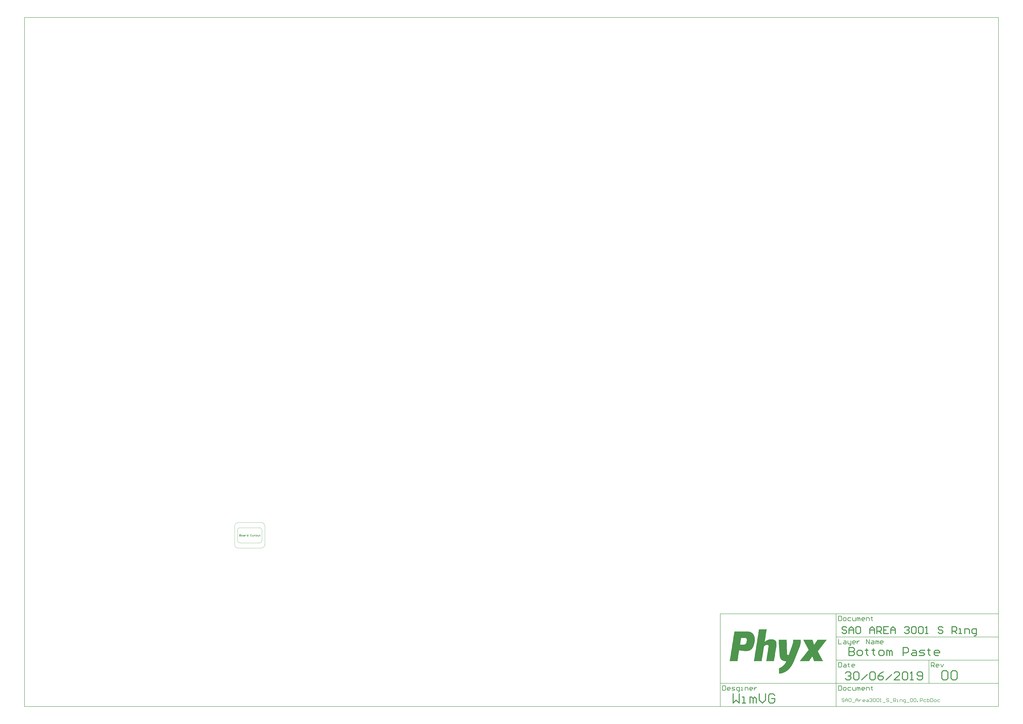
<source format=gbp>
G04*
G04 #@! TF.GenerationSoftware,Altium Limited,Altium Designer,18.1.11 (251)*
G04*
G04 Layer_Color=128*
%FSLAX25Y25*%
%MOIN*%
G70*
G01*
G75*
%ADD10C,0.01575*%
%ADD11C,0.00394*%
%ADD12C,0.00591*%
%ADD13C,0.00787*%
%ADD14C,0.00984*%
G36*
X872201Y-141778D02*
X873919D01*
Y-142065D01*
X874778D01*
Y-142351D01*
X875637D01*
Y-142637D01*
X876496D01*
Y-142924D01*
X877069D01*
Y-143210D01*
X877355D01*
Y-143496D01*
X877928D01*
Y-143783D01*
X878214D01*
Y-144069D01*
X878786D01*
Y-144355D01*
X879073D01*
Y-144641D01*
X879359D01*
Y-144928D01*
X879646D01*
Y-145214D01*
X879932D01*
Y-145501D01*
X880218D01*
Y-145787D01*
X880504D01*
Y-146073D01*
Y-146359D01*
X880791D01*
Y-146646D01*
X881077D01*
Y-146932D01*
Y-147218D01*
X881363D01*
Y-147505D01*
X881650D01*
Y-147791D01*
Y-148077D01*
X881936D01*
Y-148364D01*
Y-148650D01*
Y-148936D01*
X882222D01*
Y-149223D01*
Y-149509D01*
Y-149795D01*
X882509D01*
Y-150082D01*
Y-150368D01*
Y-150654D01*
Y-150940D01*
X882795D01*
Y-151227D01*
Y-151513D01*
Y-151799D01*
Y-152086D01*
Y-152372D01*
X883081D01*
Y-152658D01*
Y-152945D01*
Y-153231D01*
Y-153517D01*
Y-153804D01*
Y-154090D01*
Y-154376D01*
Y-154663D01*
Y-154949D01*
Y-155235D01*
Y-155521D01*
Y-155808D01*
Y-156094D01*
Y-156380D01*
Y-156667D01*
Y-156953D01*
Y-157239D01*
Y-157526D01*
Y-157812D01*
Y-158098D01*
X882795D01*
Y-158385D01*
Y-158671D01*
Y-158957D01*
Y-159244D01*
Y-159530D01*
Y-159816D01*
Y-160102D01*
X882509D01*
Y-160389D01*
Y-160675D01*
Y-160961D01*
Y-161248D01*
Y-161534D01*
X882222D01*
Y-161820D01*
Y-162107D01*
Y-162393D01*
Y-162679D01*
Y-162966D01*
X881936D01*
Y-163252D01*
Y-163538D01*
Y-163824D01*
X881650D01*
Y-164111D01*
Y-164397D01*
Y-164683D01*
Y-164970D01*
X881363D01*
Y-165256D01*
Y-165542D01*
Y-165829D01*
X881077D01*
Y-166115D01*
Y-166401D01*
X880791D01*
Y-166688D01*
Y-166974D01*
Y-167260D01*
X880504D01*
Y-167547D01*
Y-167833D01*
X880218D01*
Y-168119D01*
Y-168405D01*
X879932D01*
Y-168692D01*
Y-168978D01*
X879646D01*
Y-169264D01*
X879359D01*
Y-169551D01*
Y-169837D01*
X879073D01*
Y-170123D01*
X878786D01*
Y-170410D01*
X878500D01*
Y-170696D01*
Y-170982D01*
X878214D01*
Y-171269D01*
X877928D01*
Y-171555D01*
X877641D01*
Y-171841D01*
X877355D01*
Y-172127D01*
X877069D01*
Y-172414D01*
X876496D01*
Y-172700D01*
X876210D01*
Y-172986D01*
X875637D01*
Y-173273D01*
X875351D01*
Y-173559D01*
X874778D01*
Y-173845D01*
X873919D01*
Y-174132D01*
X873060D01*
Y-174418D01*
X872201D01*
Y-174704D01*
X870483D01*
Y-174991D01*
X865330D01*
Y-174704D01*
X862753D01*
Y-174418D01*
X860749D01*
Y-174132D01*
X859317D01*
Y-173845D01*
X857886D01*
Y-173559D01*
X856454D01*
Y-173845D01*
Y-174132D01*
Y-174418D01*
Y-174704D01*
Y-174991D01*
Y-175277D01*
Y-175563D01*
X856168D01*
Y-175850D01*
Y-176136D01*
Y-176422D01*
Y-176709D01*
Y-176995D01*
Y-177281D01*
X855882D01*
Y-177568D01*
Y-177854D01*
Y-178140D01*
Y-178426D01*
Y-178713D01*
Y-178999D01*
X855595D01*
Y-179285D01*
Y-179572D01*
Y-179858D01*
Y-180144D01*
Y-180431D01*
Y-180717D01*
Y-181003D01*
X855309D01*
Y-181290D01*
Y-181576D01*
Y-181862D01*
Y-182149D01*
Y-182435D01*
Y-182721D01*
X855023D01*
Y-183007D01*
Y-183294D01*
Y-183580D01*
Y-183866D01*
Y-184153D01*
Y-184439D01*
X854736D01*
Y-184725D01*
Y-185012D01*
Y-185298D01*
Y-185584D01*
Y-185871D01*
Y-186157D01*
Y-186443D01*
X854450D01*
Y-186730D01*
Y-187016D01*
Y-187302D01*
Y-187588D01*
Y-187875D01*
Y-188161D01*
X854164D01*
Y-188447D01*
Y-188734D01*
Y-189020D01*
Y-189306D01*
Y-189593D01*
Y-189879D01*
X853877D01*
Y-190165D01*
Y-190452D01*
Y-190738D01*
Y-191024D01*
Y-191311D01*
Y-191597D01*
Y-191883D01*
X840421D01*
Y-191597D01*
X840707D01*
Y-191311D01*
Y-191024D01*
Y-190738D01*
Y-190452D01*
Y-190165D01*
X840993D01*
Y-189879D01*
Y-189593D01*
Y-189306D01*
Y-189020D01*
Y-188734D01*
Y-188447D01*
Y-188161D01*
X841280D01*
Y-187875D01*
Y-187588D01*
Y-187302D01*
Y-187016D01*
Y-186730D01*
Y-186443D01*
X841566D01*
Y-186157D01*
Y-185871D01*
Y-185584D01*
Y-185298D01*
Y-185012D01*
Y-184725D01*
X841852D01*
Y-184439D01*
Y-184153D01*
Y-183866D01*
Y-183580D01*
Y-183294D01*
Y-183007D01*
Y-182721D01*
X842138D01*
Y-182435D01*
Y-182149D01*
Y-181862D01*
Y-181576D01*
Y-181290D01*
Y-181003D01*
X842425D01*
Y-180717D01*
Y-180431D01*
Y-180144D01*
Y-179858D01*
Y-179572D01*
Y-179285D01*
X842711D01*
Y-178999D01*
Y-178713D01*
Y-178426D01*
Y-178140D01*
Y-177854D01*
Y-177568D01*
X842997D01*
Y-177281D01*
Y-176995D01*
Y-176709D01*
Y-176422D01*
Y-176136D01*
Y-175850D01*
Y-175563D01*
X843284D01*
Y-175277D01*
Y-174991D01*
Y-174704D01*
Y-174418D01*
Y-174132D01*
Y-173845D01*
X843570D01*
Y-173559D01*
Y-173273D01*
Y-172986D01*
Y-172700D01*
Y-172414D01*
Y-172127D01*
X843856D01*
Y-171841D01*
Y-171555D01*
Y-171269D01*
Y-170982D01*
Y-170696D01*
Y-170410D01*
X844143D01*
Y-170123D01*
Y-169837D01*
Y-169551D01*
Y-169264D01*
Y-168978D01*
Y-168692D01*
Y-168405D01*
X844429D01*
Y-168119D01*
Y-167833D01*
Y-167547D01*
Y-167260D01*
Y-166974D01*
Y-166688D01*
X844715D01*
Y-166401D01*
Y-166115D01*
Y-165829D01*
Y-165542D01*
Y-165256D01*
Y-164970D01*
X845002D01*
Y-164683D01*
Y-164397D01*
Y-164111D01*
Y-163824D01*
Y-163538D01*
Y-163252D01*
Y-162966D01*
X845288D01*
Y-162679D01*
Y-162393D01*
Y-162107D01*
Y-161820D01*
Y-161534D01*
Y-161248D01*
X845574D01*
Y-160961D01*
Y-160675D01*
Y-160389D01*
Y-160102D01*
Y-159816D01*
Y-159530D01*
X845861D01*
Y-159244D01*
Y-158957D01*
Y-158671D01*
Y-158385D01*
Y-158098D01*
Y-157812D01*
X846147D01*
Y-157526D01*
Y-157239D01*
Y-156953D01*
Y-156667D01*
Y-156380D01*
Y-156094D01*
Y-155808D01*
X846433D01*
Y-155521D01*
Y-155235D01*
Y-154949D01*
Y-154663D01*
Y-154376D01*
Y-154090D01*
X846719D01*
Y-153804D01*
Y-153517D01*
Y-153231D01*
Y-152945D01*
Y-152658D01*
Y-152372D01*
X847006D01*
Y-152086D01*
Y-151799D01*
Y-151513D01*
Y-151227D01*
Y-150940D01*
Y-150654D01*
Y-150368D01*
X847292D01*
Y-150082D01*
Y-149795D01*
Y-149509D01*
Y-149223D01*
Y-148936D01*
Y-148650D01*
X847578D01*
Y-148364D01*
Y-148077D01*
Y-147791D01*
Y-147505D01*
Y-147218D01*
Y-146932D01*
X847865D01*
Y-146646D01*
Y-146359D01*
Y-146073D01*
Y-145787D01*
Y-145501D01*
Y-145214D01*
Y-144928D01*
X848151D01*
Y-144641D01*
Y-144355D01*
Y-144069D01*
Y-143783D01*
Y-143496D01*
Y-143210D01*
X848437D01*
Y-142924D01*
Y-142637D01*
Y-142351D01*
Y-142065D01*
Y-141778D01*
Y-141492D01*
X872201D01*
Y-141778D01*
D02*
G37*
G36*
X903409Y-138343D02*
Y-138629D01*
X903123D01*
Y-138915D01*
Y-139202D01*
Y-139488D01*
Y-139774D01*
Y-140060D01*
Y-140347D01*
X902837D01*
Y-140633D01*
Y-140919D01*
Y-141206D01*
Y-141492D01*
Y-141778D01*
Y-142065D01*
X902551D01*
Y-142351D01*
Y-142637D01*
Y-142924D01*
Y-143210D01*
Y-143496D01*
Y-143783D01*
Y-144069D01*
X902264D01*
Y-144355D01*
Y-144641D01*
Y-144928D01*
Y-145214D01*
Y-145501D01*
Y-145787D01*
X901978D01*
Y-146073D01*
Y-146359D01*
Y-146646D01*
Y-146932D01*
Y-147218D01*
Y-147505D01*
X901692D01*
Y-147791D01*
Y-148077D01*
Y-148364D01*
Y-148650D01*
Y-148936D01*
Y-149223D01*
Y-149509D01*
X901405D01*
Y-149795D01*
Y-150082D01*
Y-150368D01*
Y-150654D01*
Y-150940D01*
Y-151227D01*
X901119D01*
Y-151513D01*
Y-151799D01*
Y-152086D01*
Y-152372D01*
Y-152658D01*
Y-152945D01*
X900833D01*
Y-153231D01*
Y-153517D01*
Y-153804D01*
Y-154090D01*
Y-154376D01*
Y-154663D01*
X900546D01*
Y-154949D01*
Y-155235D01*
Y-155521D01*
Y-155808D01*
Y-156094D01*
Y-156380D01*
Y-156667D01*
X900260D01*
Y-156953D01*
Y-157239D01*
Y-157526D01*
Y-157812D01*
Y-158098D01*
Y-158385D01*
X899974D01*
Y-158671D01*
Y-158957D01*
X900546D01*
Y-158671D01*
X900833D01*
Y-158385D01*
X901119D01*
Y-158098D01*
X901692D01*
Y-157812D01*
X901978D01*
Y-157526D01*
X902264D01*
Y-157239D01*
X902837D01*
Y-156953D01*
X903409D01*
Y-156667D01*
X903696D01*
Y-156380D01*
X904268D01*
Y-156094D01*
X905127D01*
Y-155808D01*
X905700D01*
Y-155521D01*
X906559D01*
Y-155235D01*
X907990D01*
Y-154949D01*
X914289D01*
Y-155235D01*
X915435D01*
Y-155521D01*
X916294D01*
Y-155808D01*
X916866D01*
Y-156094D01*
X917153D01*
Y-156380D01*
X917725D01*
Y-156667D01*
X918011D01*
Y-156953D01*
X918298D01*
Y-157239D01*
X918584D01*
Y-157526D01*
X918870D01*
Y-157812D01*
Y-158098D01*
X919157D01*
Y-158385D01*
Y-158671D01*
X919443D01*
Y-158957D01*
Y-159244D01*
Y-159530D01*
X919729D01*
Y-159816D01*
Y-160102D01*
Y-160389D01*
Y-160675D01*
X920016D01*
Y-160961D01*
Y-161248D01*
Y-161534D01*
Y-161820D01*
Y-162107D01*
Y-162393D01*
Y-162679D01*
Y-162966D01*
Y-163252D01*
Y-163538D01*
Y-163824D01*
Y-164111D01*
Y-164397D01*
Y-164683D01*
Y-164970D01*
Y-165256D01*
Y-165542D01*
Y-165829D01*
X919729D01*
Y-166115D01*
Y-166401D01*
Y-166688D01*
Y-166974D01*
Y-167260D01*
Y-167547D01*
Y-167833D01*
X919443D01*
Y-168119D01*
Y-168405D01*
Y-168692D01*
Y-168978D01*
Y-169264D01*
Y-169551D01*
Y-169837D01*
X919157D01*
Y-170123D01*
Y-170410D01*
Y-170696D01*
Y-170982D01*
Y-171269D01*
Y-171555D01*
X918870D01*
Y-171841D01*
Y-172127D01*
Y-172414D01*
Y-172700D01*
Y-172986D01*
Y-173273D01*
X918584D01*
Y-173559D01*
Y-173845D01*
Y-174132D01*
Y-174418D01*
Y-174704D01*
Y-174991D01*
X918298D01*
Y-175277D01*
Y-175563D01*
Y-175850D01*
Y-176136D01*
Y-176422D01*
Y-176709D01*
Y-176995D01*
X918011D01*
Y-177281D01*
Y-177568D01*
Y-177854D01*
Y-178140D01*
Y-178426D01*
Y-178713D01*
X917725D01*
Y-178999D01*
Y-179285D01*
Y-179572D01*
Y-179858D01*
Y-180144D01*
Y-180431D01*
X917439D01*
Y-180717D01*
Y-181003D01*
Y-181290D01*
Y-181576D01*
Y-181862D01*
Y-182149D01*
Y-182435D01*
X917153D01*
Y-182721D01*
Y-183007D01*
Y-183294D01*
Y-183580D01*
Y-183866D01*
Y-184153D01*
X916866D01*
Y-184439D01*
Y-184725D01*
Y-185012D01*
Y-185298D01*
Y-185584D01*
Y-185871D01*
X916580D01*
Y-186157D01*
Y-186443D01*
Y-186730D01*
Y-187016D01*
Y-187302D01*
Y-187588D01*
X916294D01*
Y-187875D01*
Y-188161D01*
Y-188447D01*
Y-188734D01*
Y-189020D01*
Y-189306D01*
Y-189593D01*
X916007D01*
Y-189879D01*
Y-190165D01*
Y-190452D01*
Y-190738D01*
Y-191024D01*
Y-191311D01*
X915721D01*
Y-191597D01*
Y-191883D01*
X902551D01*
Y-191597D01*
Y-191311D01*
X902837D01*
Y-191024D01*
Y-190738D01*
Y-190452D01*
Y-190165D01*
Y-189879D01*
Y-189593D01*
X903123D01*
Y-189306D01*
Y-189020D01*
Y-188734D01*
Y-188447D01*
Y-188161D01*
Y-187875D01*
Y-187588D01*
X903409D01*
Y-187302D01*
Y-187016D01*
Y-186730D01*
Y-186443D01*
Y-186157D01*
Y-185871D01*
X903696D01*
Y-185584D01*
Y-185298D01*
Y-185012D01*
Y-184725D01*
Y-184439D01*
Y-184153D01*
X903982D01*
Y-183866D01*
Y-183580D01*
Y-183294D01*
Y-183007D01*
Y-182721D01*
Y-182435D01*
Y-182149D01*
X904268D01*
Y-181862D01*
Y-181576D01*
Y-181290D01*
Y-181003D01*
Y-180717D01*
Y-180431D01*
X904555D01*
Y-180144D01*
Y-179858D01*
Y-179572D01*
Y-179285D01*
Y-178999D01*
Y-178713D01*
Y-178426D01*
X904841D01*
Y-178140D01*
Y-177854D01*
Y-177568D01*
Y-177281D01*
Y-176995D01*
Y-176709D01*
X905127D01*
Y-176422D01*
Y-176136D01*
Y-175850D01*
Y-175563D01*
Y-175277D01*
Y-174991D01*
X905414D01*
Y-174704D01*
Y-174418D01*
Y-174132D01*
Y-173845D01*
Y-173559D01*
Y-173273D01*
X905700D01*
Y-172986D01*
Y-172700D01*
Y-172414D01*
Y-172127D01*
Y-171841D01*
Y-171555D01*
Y-171269D01*
X905986D01*
Y-170982D01*
Y-170696D01*
Y-170410D01*
Y-170123D01*
Y-169837D01*
Y-169551D01*
X906273D01*
Y-169264D01*
Y-168978D01*
Y-168692D01*
Y-168405D01*
Y-168119D01*
Y-167833D01*
Y-167547D01*
X906559D01*
Y-167260D01*
Y-166974D01*
Y-166688D01*
Y-166401D01*
Y-166115D01*
Y-165829D01*
X906273D01*
Y-165542D01*
Y-165256D01*
X905986D01*
Y-164970D01*
X905700D01*
Y-164683D01*
X905127D01*
Y-164397D01*
X903409D01*
Y-164683D01*
X901978D01*
Y-164970D01*
X901119D01*
Y-165256D01*
X900546D01*
Y-165542D01*
X900260D01*
Y-165829D01*
X899687D01*
Y-166115D01*
X899401D01*
Y-166401D01*
X899115D01*
Y-166688D01*
Y-166974D01*
X898828D01*
Y-167260D01*
Y-167547D01*
Y-167833D01*
X898542D01*
Y-168119D01*
Y-168405D01*
Y-168692D01*
Y-168978D01*
Y-169264D01*
Y-169551D01*
X898256D01*
Y-169837D01*
Y-170123D01*
Y-170410D01*
Y-170696D01*
Y-170982D01*
Y-171269D01*
Y-171555D01*
X897970D01*
Y-171841D01*
Y-172127D01*
Y-172414D01*
Y-172700D01*
Y-172986D01*
Y-173273D01*
X897683D01*
Y-173559D01*
Y-173845D01*
Y-174132D01*
Y-174418D01*
Y-174704D01*
Y-174991D01*
X897397D01*
Y-175277D01*
Y-175563D01*
Y-175850D01*
Y-176136D01*
Y-176422D01*
Y-176709D01*
X897111D01*
Y-176995D01*
Y-177281D01*
Y-177568D01*
Y-177854D01*
Y-178140D01*
Y-178426D01*
Y-178713D01*
X896824D01*
Y-178999D01*
Y-179285D01*
Y-179572D01*
Y-179858D01*
Y-180144D01*
Y-180431D01*
X896538D01*
Y-180717D01*
Y-181003D01*
Y-181290D01*
Y-181576D01*
Y-181862D01*
Y-182149D01*
X896252D01*
Y-182435D01*
Y-182721D01*
Y-183007D01*
Y-183294D01*
Y-183580D01*
Y-183866D01*
Y-184153D01*
X895965D01*
Y-184439D01*
Y-184725D01*
Y-185012D01*
Y-185298D01*
Y-185584D01*
Y-185871D01*
X895679D01*
Y-186157D01*
Y-186443D01*
Y-186730D01*
Y-187016D01*
Y-187302D01*
Y-187588D01*
X895393D01*
Y-187875D01*
Y-188161D01*
Y-188447D01*
Y-188734D01*
Y-189020D01*
Y-189306D01*
X895106D01*
Y-189593D01*
Y-189879D01*
Y-190165D01*
Y-190452D01*
Y-190738D01*
Y-191024D01*
Y-191311D01*
X894820D01*
Y-191597D01*
Y-191883D01*
X881650D01*
Y-191597D01*
Y-191311D01*
X881936D01*
Y-191024D01*
Y-190738D01*
Y-190452D01*
Y-190165D01*
Y-189879D01*
Y-189593D01*
Y-189306D01*
X882222D01*
Y-189020D01*
Y-188734D01*
Y-188447D01*
Y-188161D01*
Y-187875D01*
Y-187588D01*
X882509D01*
Y-187302D01*
Y-187016D01*
Y-186730D01*
Y-186443D01*
Y-186157D01*
Y-185871D01*
X882795D01*
Y-185584D01*
Y-185298D01*
Y-185012D01*
Y-184725D01*
Y-184439D01*
Y-184153D01*
Y-183866D01*
X883081D01*
Y-183580D01*
Y-183294D01*
Y-183007D01*
Y-182721D01*
Y-182435D01*
Y-182149D01*
X883368D01*
Y-181862D01*
Y-181576D01*
Y-181290D01*
Y-181003D01*
Y-180717D01*
Y-180431D01*
X883654D01*
Y-180144D01*
Y-179858D01*
Y-179572D01*
Y-179285D01*
Y-178999D01*
Y-178713D01*
X883940D01*
Y-178426D01*
Y-178140D01*
Y-177854D01*
Y-177568D01*
Y-177281D01*
Y-176995D01*
Y-176709D01*
X884227D01*
Y-176422D01*
Y-176136D01*
Y-175850D01*
Y-175563D01*
Y-175277D01*
Y-174991D01*
X884513D01*
Y-174704D01*
Y-174418D01*
Y-174132D01*
Y-173845D01*
Y-173559D01*
Y-173273D01*
X884799D01*
Y-172986D01*
Y-172700D01*
Y-172414D01*
Y-172127D01*
Y-171841D01*
Y-171555D01*
Y-171269D01*
X885085D01*
Y-170982D01*
Y-170696D01*
Y-170410D01*
Y-170123D01*
Y-169837D01*
Y-169551D01*
X885372D01*
Y-169264D01*
Y-168978D01*
Y-168692D01*
Y-168405D01*
Y-168119D01*
Y-167833D01*
X885658D01*
Y-167547D01*
Y-167260D01*
Y-166974D01*
Y-166688D01*
Y-166401D01*
Y-166115D01*
X885944D01*
Y-165829D01*
Y-165542D01*
Y-165256D01*
Y-164970D01*
Y-164683D01*
Y-164397D01*
Y-164111D01*
X886231D01*
Y-163824D01*
Y-163538D01*
Y-163252D01*
Y-162966D01*
Y-162679D01*
Y-162393D01*
X886517D01*
Y-162107D01*
Y-161820D01*
Y-161534D01*
Y-161248D01*
Y-160961D01*
Y-160675D01*
X886803D01*
Y-160389D01*
Y-160102D01*
Y-159816D01*
Y-159530D01*
Y-159244D01*
Y-158957D01*
X887090D01*
Y-158671D01*
Y-158385D01*
Y-158098D01*
Y-157812D01*
Y-157526D01*
Y-157239D01*
Y-156953D01*
X887376D01*
Y-156667D01*
Y-156380D01*
Y-156094D01*
Y-155808D01*
Y-155521D01*
Y-155235D01*
X887662D01*
Y-154949D01*
Y-154663D01*
Y-154376D01*
Y-154090D01*
Y-153804D01*
Y-153517D01*
X887949D01*
Y-153231D01*
Y-152945D01*
Y-152658D01*
Y-152372D01*
Y-152086D01*
Y-151799D01*
Y-151513D01*
X888235D01*
Y-151227D01*
Y-150940D01*
Y-150654D01*
Y-150368D01*
Y-150082D01*
Y-149795D01*
X888521D01*
Y-149509D01*
Y-149223D01*
Y-148936D01*
Y-148650D01*
Y-148364D01*
Y-148077D01*
X888807D01*
Y-147791D01*
Y-147505D01*
Y-147218D01*
Y-146932D01*
Y-146646D01*
Y-146359D01*
X889094D01*
Y-146073D01*
Y-145787D01*
Y-145501D01*
Y-145214D01*
Y-144928D01*
Y-144641D01*
Y-144355D01*
X889380D01*
Y-144069D01*
Y-143783D01*
Y-143496D01*
Y-143210D01*
Y-142924D01*
Y-142637D01*
X889666D01*
Y-142351D01*
Y-142065D01*
Y-141778D01*
Y-141492D01*
Y-141206D01*
Y-140919D01*
X889953D01*
Y-140633D01*
Y-140347D01*
Y-140060D01*
Y-139774D01*
Y-139488D01*
Y-139202D01*
Y-138915D01*
X890239D01*
Y-138629D01*
Y-138343D01*
Y-138056D01*
X903409D01*
Y-138343D01*
D02*
G37*
G36*
X1005337Y-155808D02*
X1005050D01*
Y-156094D01*
X1004764D01*
Y-156380D01*
Y-156667D01*
X1004478D01*
Y-156953D01*
X1004192D01*
Y-157239D01*
X1003905D01*
Y-157526D01*
Y-157812D01*
X1003619D01*
Y-158098D01*
X1003333D01*
Y-158385D01*
X1003046D01*
Y-158671D01*
X1002760D01*
Y-158957D01*
Y-159244D01*
X1002474D01*
Y-159530D01*
X1002187D01*
Y-159816D01*
X1001901D01*
Y-160102D01*
Y-160389D01*
X1001615D01*
Y-160675D01*
X1001328D01*
Y-160961D01*
X1001042D01*
Y-161248D01*
X1000756D01*
Y-161534D01*
Y-161820D01*
X1000469D01*
Y-162107D01*
X1000183D01*
Y-162393D01*
X999897D01*
Y-162679D01*
Y-162966D01*
X999611D01*
Y-163252D01*
X999324D01*
Y-163538D01*
X999038D01*
Y-163824D01*
Y-164111D01*
X998752D01*
Y-164397D01*
X998465D01*
Y-164683D01*
X998179D01*
Y-164970D01*
X997893D01*
Y-165256D01*
Y-165542D01*
X997606D01*
Y-165829D01*
X997320D01*
Y-166115D01*
X997034D01*
Y-166401D01*
Y-166688D01*
X996747D01*
Y-166974D01*
X996461D01*
Y-167260D01*
X996175D01*
Y-167547D01*
Y-167833D01*
X995889D01*
Y-168119D01*
X995602D01*
Y-168405D01*
X995316D01*
Y-168692D01*
X995030D01*
Y-168978D01*
Y-169264D01*
X994743D01*
Y-169551D01*
X994457D01*
Y-169837D01*
X994171D01*
Y-170123D01*
Y-170410D01*
X993884D01*
Y-170696D01*
X993598D01*
Y-170982D01*
X993312D01*
Y-171269D01*
Y-171555D01*
X993025D01*
Y-171841D01*
X992739D01*
Y-172127D01*
X992453D01*
Y-172414D01*
X992166D01*
Y-172700D01*
Y-172986D01*
X991880D01*
Y-173273D01*
X991594D01*
Y-173559D01*
X991308D01*
Y-173845D01*
Y-174132D01*
X991021D01*
Y-174418D01*
X990735D01*
Y-174704D01*
X990449D01*
Y-174991D01*
X990162D01*
Y-175277D01*
Y-175563D01*
X990449D01*
Y-175850D01*
Y-176136D01*
X990735D01*
Y-176422D01*
Y-176709D01*
X991021D01*
Y-176995D01*
X991308D01*
Y-177281D01*
Y-177568D01*
X991594D01*
Y-177854D01*
Y-178140D01*
X991880D01*
Y-178426D01*
Y-178713D01*
X992166D01*
Y-178999D01*
Y-179285D01*
X992453D01*
Y-179572D01*
Y-179858D01*
X992739D01*
Y-180144D01*
Y-180431D01*
X993025D01*
Y-180717D01*
Y-181003D01*
X993312D01*
Y-181290D01*
Y-181576D01*
X993598D01*
Y-181862D01*
X993884D01*
Y-182149D01*
Y-182435D01*
X994171D01*
Y-182721D01*
Y-183007D01*
X994457D01*
Y-183294D01*
Y-183580D01*
X994743D01*
Y-183866D01*
Y-184153D01*
X995030D01*
Y-184439D01*
Y-184725D01*
X995316D01*
Y-185012D01*
Y-185298D01*
X995602D01*
Y-185584D01*
Y-185871D01*
X995889D01*
Y-186157D01*
X996175D01*
Y-186443D01*
Y-186730D01*
X996461D01*
Y-187016D01*
Y-187302D01*
X996747D01*
Y-187588D01*
Y-187875D01*
X997034D01*
Y-188161D01*
Y-188447D01*
X997320D01*
Y-188734D01*
Y-189020D01*
X997606D01*
Y-189306D01*
Y-189593D01*
X997893D01*
Y-189879D01*
Y-190165D01*
X998179D01*
Y-190452D01*
X998465D01*
Y-190738D01*
Y-191024D01*
X998752D01*
Y-191311D01*
Y-191597D01*
X999038D01*
Y-191883D01*
X983863D01*
Y-191597D01*
X983577D01*
Y-191311D01*
Y-191024D01*
Y-190738D01*
X983291D01*
Y-190452D01*
Y-190165D01*
Y-189879D01*
X983004D01*
Y-189593D01*
Y-189306D01*
X982718D01*
Y-189020D01*
Y-188734D01*
Y-188447D01*
X982432D01*
Y-188161D01*
Y-187875D01*
Y-187588D01*
X982146D01*
Y-187302D01*
Y-187016D01*
X981859D01*
Y-186730D01*
Y-186443D01*
Y-186157D01*
X981573D01*
Y-185871D01*
Y-185584D01*
Y-185298D01*
X981287D01*
Y-185012D01*
Y-184725D01*
Y-184439D01*
X981000D01*
Y-184153D01*
X980428D01*
Y-184439D01*
Y-184725D01*
X980141D01*
Y-185012D01*
X979855D01*
Y-185298D01*
Y-185584D01*
X979569D01*
Y-185871D01*
X979282D01*
Y-186157D01*
Y-186443D01*
X978996D01*
Y-186730D01*
X978710D01*
Y-187016D01*
Y-187302D01*
X978423D01*
Y-187588D01*
X978137D01*
Y-187875D01*
X977851D01*
Y-188161D01*
Y-188447D01*
X977565D01*
Y-188734D01*
X977278D01*
Y-189020D01*
Y-189306D01*
X976992D01*
Y-189593D01*
X976705D01*
Y-189879D01*
Y-190165D01*
X976419D01*
Y-190452D01*
X976133D01*
Y-190738D01*
Y-191024D01*
X975847D01*
Y-191311D01*
X975560D01*
Y-191597D01*
Y-191883D01*
X959527D01*
Y-191597D01*
X959813D01*
Y-191311D01*
X960099D01*
Y-191024D01*
X960386D01*
Y-190738D01*
X960672D01*
Y-190452D01*
Y-190165D01*
X960958D01*
Y-189879D01*
X961245D01*
Y-189593D01*
X961531D01*
Y-189306D01*
X961817D01*
Y-189020D01*
Y-188734D01*
X962104D01*
Y-188447D01*
X962390D01*
Y-188161D01*
X962676D01*
Y-187875D01*
Y-187588D01*
X962963D01*
Y-187302D01*
X963249D01*
Y-187016D01*
X963535D01*
Y-186730D01*
X963822D01*
Y-186443D01*
Y-186157D01*
X964108D01*
Y-185871D01*
X964394D01*
Y-185584D01*
X964680D01*
Y-185298D01*
X964967D01*
Y-185012D01*
Y-184725D01*
X965253D01*
Y-184439D01*
X965539D01*
Y-184153D01*
X965826D01*
Y-183866D01*
Y-183580D01*
X966112D01*
Y-183294D01*
X966398D01*
Y-183007D01*
X966685D01*
Y-182721D01*
X966971D01*
Y-182435D01*
Y-182149D01*
X967257D01*
Y-181862D01*
X967544D01*
Y-181576D01*
X967830D01*
Y-181290D01*
Y-181003D01*
X968116D01*
Y-180717D01*
X968402D01*
Y-180431D01*
X968689D01*
Y-180144D01*
X968975D01*
Y-179858D01*
Y-179572D01*
X969261D01*
Y-179285D01*
X969548D01*
Y-178999D01*
X969834D01*
Y-178713D01*
Y-178426D01*
X970120D01*
Y-178140D01*
X970407D01*
Y-177854D01*
X970693D01*
Y-177568D01*
X970979D01*
Y-177281D01*
Y-176995D01*
X971266D01*
Y-176709D01*
X971552D01*
Y-176422D01*
X971838D01*
Y-176136D01*
X972124D01*
Y-175850D01*
Y-175563D01*
X972411D01*
Y-175277D01*
X972697D01*
Y-174991D01*
X972983D01*
Y-174704D01*
Y-174418D01*
X973270D01*
Y-174132D01*
X973556D01*
Y-173845D01*
X973842D01*
Y-173559D01*
X974129D01*
Y-173273D01*
Y-172986D01*
X974415D01*
Y-172700D01*
Y-172414D01*
Y-172127D01*
X974129D01*
Y-171841D01*
X973842D01*
Y-171555D01*
Y-171269D01*
X973556D01*
Y-170982D01*
Y-170696D01*
X973270D01*
Y-170410D01*
Y-170123D01*
X972983D01*
Y-169837D01*
Y-169551D01*
X972697D01*
Y-169264D01*
Y-168978D01*
X972411D01*
Y-168692D01*
Y-168405D01*
X972124D01*
Y-168119D01*
X971838D01*
Y-167833D01*
Y-167547D01*
X971552D01*
Y-167260D01*
Y-166974D01*
X971266D01*
Y-166688D01*
Y-166401D01*
X970979D01*
Y-166115D01*
Y-165829D01*
X970693D01*
Y-165542D01*
Y-165256D01*
X970407D01*
Y-164970D01*
Y-164683D01*
X970120D01*
Y-164397D01*
X969834D01*
Y-164111D01*
Y-163824D01*
X969548D01*
Y-163538D01*
Y-163252D01*
X969261D01*
Y-162966D01*
Y-162679D01*
X968975D01*
Y-162393D01*
Y-162107D01*
X968689D01*
Y-161820D01*
Y-161534D01*
X968402D01*
Y-161248D01*
Y-160961D01*
X968116D01*
Y-160675D01*
Y-160389D01*
X967830D01*
Y-160102D01*
X967544D01*
Y-159816D01*
Y-159530D01*
X967257D01*
Y-159244D01*
Y-158957D01*
X966971D01*
Y-158671D01*
Y-158385D01*
X966685D01*
Y-158098D01*
Y-157812D01*
X966398D01*
Y-157526D01*
Y-157239D01*
X966112D01*
Y-156953D01*
Y-156667D01*
X965826D01*
Y-156380D01*
X965539D01*
Y-156094D01*
Y-155808D01*
X965253D01*
Y-155521D01*
X981000D01*
Y-155808D01*
X981287D01*
Y-156094D01*
Y-156380D01*
Y-156667D01*
X981573D01*
Y-156953D01*
Y-157239D01*
Y-157526D01*
X981859D01*
Y-157812D01*
Y-158098D01*
Y-158385D01*
X982146D01*
Y-158671D01*
Y-158957D01*
Y-159244D01*
X982432D01*
Y-159530D01*
Y-159816D01*
Y-160102D01*
X982718D01*
Y-160389D01*
Y-160675D01*
Y-160961D01*
X983004D01*
Y-161248D01*
Y-161534D01*
Y-161820D01*
X983291D01*
Y-162107D01*
Y-162393D01*
Y-162679D01*
X983577D01*
Y-162966D01*
Y-163252D01*
Y-163538D01*
Y-163824D01*
X984150D01*
Y-163538D01*
X984436D01*
Y-163252D01*
X984722D01*
Y-162966D01*
Y-162679D01*
X985009D01*
Y-162393D01*
X985295D01*
Y-162107D01*
Y-161820D01*
X985581D01*
Y-161534D01*
X985868D01*
Y-161248D01*
Y-160961D01*
X986154D01*
Y-160675D01*
X986440D01*
Y-160389D01*
Y-160102D01*
X986726D01*
Y-159816D01*
X987013D01*
Y-159530D01*
Y-159244D01*
X987299D01*
Y-158957D01*
X987585D01*
Y-158671D01*
Y-158385D01*
X987872D01*
Y-158098D01*
X988158D01*
Y-157812D01*
Y-157526D01*
X988444D01*
Y-157239D01*
X988731D01*
Y-156953D01*
Y-156667D01*
X989017D01*
Y-156380D01*
X989303D01*
Y-156094D01*
Y-155808D01*
X989590D01*
Y-155521D01*
X1005337D01*
Y-155808D01*
D02*
G37*
G36*
X961245D02*
Y-156094D01*
Y-156380D01*
Y-156667D01*
Y-156953D01*
Y-157239D01*
Y-157526D01*
Y-157812D01*
Y-158098D01*
Y-158385D01*
Y-158671D01*
Y-158957D01*
Y-159244D01*
Y-159530D01*
Y-159816D01*
Y-160102D01*
Y-160389D01*
Y-160675D01*
Y-160961D01*
Y-161248D01*
Y-161534D01*
X960958D01*
Y-161820D01*
Y-162107D01*
Y-162393D01*
Y-162679D01*
Y-162966D01*
X960672D01*
Y-163252D01*
Y-163538D01*
Y-163824D01*
Y-164111D01*
X960386D01*
Y-164397D01*
Y-164683D01*
Y-164970D01*
Y-165256D01*
X960099D01*
Y-165542D01*
Y-165829D01*
Y-166115D01*
X959813D01*
Y-166401D01*
Y-166688D01*
Y-166974D01*
X959527D01*
Y-167260D01*
Y-167547D01*
Y-167833D01*
X959241D01*
Y-168119D01*
Y-168405D01*
Y-168692D01*
X958954D01*
Y-168978D01*
Y-169264D01*
X958668D01*
Y-169551D01*
Y-169837D01*
X958381D01*
Y-170123D01*
Y-170410D01*
Y-170696D01*
X958095D01*
Y-170982D01*
Y-171269D01*
X957809D01*
Y-171555D01*
Y-171841D01*
Y-172127D01*
X957523D01*
Y-172414D01*
Y-172700D01*
X957236D01*
Y-172986D01*
Y-173273D01*
Y-173559D01*
X956950D01*
Y-173845D01*
Y-174132D01*
X956664D01*
Y-174418D01*
Y-174704D01*
Y-174991D01*
X956377D01*
Y-175277D01*
Y-175563D01*
X956091D01*
Y-175850D01*
Y-176136D01*
Y-176422D01*
X955805D01*
Y-176709D01*
Y-176995D01*
X955518D01*
Y-177281D01*
Y-177568D01*
Y-177854D01*
X955232D01*
Y-178140D01*
Y-178426D01*
X954946D01*
Y-178713D01*
Y-178999D01*
Y-179285D01*
X954659D01*
Y-179572D01*
Y-179858D01*
X954373D01*
Y-180144D01*
Y-180431D01*
Y-180717D01*
X954087D01*
Y-181003D01*
Y-181290D01*
X953800D01*
Y-181576D01*
Y-181862D01*
Y-182149D01*
X953514D01*
Y-182435D01*
Y-182721D01*
X953228D01*
Y-183007D01*
Y-183294D01*
Y-183580D01*
X952942D01*
Y-183866D01*
Y-184153D01*
X952655D01*
Y-184439D01*
Y-184725D01*
Y-185012D01*
X952369D01*
Y-185298D01*
Y-185584D01*
X952083D01*
Y-185871D01*
Y-186157D01*
Y-186443D01*
X951796D01*
Y-186730D01*
Y-187016D01*
X951510D01*
Y-187302D01*
Y-187588D01*
Y-187875D01*
X951224D01*
Y-188161D01*
Y-188447D01*
X950937D01*
Y-188734D01*
Y-189020D01*
Y-189306D01*
X950651D01*
Y-189593D01*
Y-189879D01*
X950365D01*
Y-190165D01*
Y-190452D01*
Y-190738D01*
X950078D01*
Y-191024D01*
Y-191311D01*
X949792D01*
Y-191597D01*
Y-191883D01*
Y-192169D01*
X949506D01*
Y-192456D01*
Y-192742D01*
X949220D01*
Y-193028D01*
Y-193315D01*
X948933D01*
Y-193601D01*
Y-193887D01*
X948647D01*
Y-194174D01*
Y-194460D01*
Y-194746D01*
X948361D01*
Y-195033D01*
X948074D01*
Y-195319D01*
Y-195605D01*
Y-195891D01*
X947788D01*
Y-196178D01*
X947502D01*
Y-196464D01*
Y-196750D01*
X947215D01*
Y-197037D01*
Y-197323D01*
X946929D01*
Y-197609D01*
Y-197896D01*
X946643D01*
Y-198182D01*
Y-198468D01*
X946356D01*
Y-198755D01*
X946070D01*
Y-199041D01*
Y-199327D01*
X945784D01*
Y-199614D01*
Y-199900D01*
X945497D01*
Y-200186D01*
X945211D01*
Y-200472D01*
X944925D01*
Y-200759D01*
Y-201045D01*
X944639D01*
Y-201331D01*
X944352D01*
Y-201618D01*
Y-201904D01*
X944066D01*
Y-202190D01*
X943780D01*
Y-202477D01*
X943493D01*
Y-202763D01*
Y-203049D01*
X943207D01*
Y-203336D01*
X942921D01*
Y-203622D01*
X942634D01*
Y-203908D01*
X942348D01*
Y-204195D01*
X942062D01*
Y-204481D01*
Y-204767D01*
X941775D01*
Y-205053D01*
X941489D01*
Y-205340D01*
X941203D01*
Y-205626D01*
X940916D01*
Y-205912D01*
X940630D01*
Y-206199D01*
X940344D01*
Y-206485D01*
X940057D01*
Y-206771D01*
X939485D01*
Y-207058D01*
X939199D01*
Y-207344D01*
X938912D01*
Y-207630D01*
X938626D01*
Y-207917D01*
X938340D01*
Y-208203D01*
X937767D01*
Y-208489D01*
X937481D01*
Y-208776D01*
X936908D01*
Y-209062D01*
X936622D01*
Y-209348D01*
X936049D01*
Y-209634D01*
X935763D01*
Y-209921D01*
X935190D01*
Y-210207D01*
X934618D01*
Y-210493D01*
X934045D01*
Y-210780D01*
X933472D01*
Y-211066D01*
X932900D01*
Y-211352D01*
X932041D01*
Y-211639D01*
X931468D01*
Y-211925D01*
X930609D01*
Y-212211D01*
X929464D01*
Y-212498D01*
X928319D01*
Y-212784D01*
X926601D01*
Y-213070D01*
X924597D01*
Y-213357D01*
X924310D01*
Y-213070D01*
Y-212784D01*
Y-212498D01*
Y-212211D01*
Y-211925D01*
Y-211639D01*
Y-211352D01*
Y-211066D01*
Y-210780D01*
Y-210493D01*
Y-210207D01*
Y-209921D01*
Y-209634D01*
Y-209348D01*
Y-209062D01*
Y-208776D01*
Y-208489D01*
Y-208203D01*
Y-207917D01*
Y-207630D01*
Y-207344D01*
Y-207058D01*
Y-206771D01*
Y-206485D01*
Y-206199D01*
Y-205912D01*
Y-205626D01*
Y-205340D01*
Y-205053D01*
Y-204767D01*
Y-204481D01*
Y-204195D01*
Y-203908D01*
X924883D01*
Y-203622D01*
X925455D01*
Y-203336D01*
X926028D01*
Y-203049D01*
X926601D01*
Y-202763D01*
X927173D01*
Y-202477D01*
X927746D01*
Y-202190D01*
X928032D01*
Y-201904D01*
X928605D01*
Y-201618D01*
X928891D01*
Y-201331D01*
X929464D01*
Y-201045D01*
X929750D01*
Y-200759D01*
X930037D01*
Y-200472D01*
X930609D01*
Y-200186D01*
X930896D01*
Y-199900D01*
X931182D01*
Y-199614D01*
X931468D01*
Y-199327D01*
X931754D01*
Y-199041D01*
X932041D01*
Y-198755D01*
X932327D01*
Y-198468D01*
X932613D01*
Y-198182D01*
X932900D01*
Y-197896D01*
X933186D01*
Y-197609D01*
X933472D01*
Y-197323D01*
X933759D01*
Y-197037D01*
Y-196750D01*
X934045D01*
Y-196464D01*
X934331D01*
Y-196178D01*
X934618D01*
Y-195891D01*
Y-195605D01*
X934904D01*
Y-195319D01*
X935190D01*
Y-195033D01*
Y-194746D01*
X935476D01*
Y-194460D01*
Y-194174D01*
X935763D01*
Y-193887D01*
X936049D01*
Y-193601D01*
Y-193315D01*
X936335D01*
Y-193028D01*
Y-192742D01*
X936622D01*
Y-192456D01*
Y-192169D01*
X934904D01*
Y-191883D01*
X932900D01*
Y-191597D01*
X931754D01*
Y-191311D01*
X931182D01*
Y-191024D01*
X930323D01*
Y-190738D01*
X929750D01*
Y-190452D01*
X929464D01*
Y-190165D01*
X928891D01*
Y-189879D01*
X928605D01*
Y-189593D01*
X928319D01*
Y-189306D01*
X928032D01*
Y-189020D01*
X927746D01*
Y-188734D01*
X927460D01*
Y-188447D01*
Y-188161D01*
X927173D01*
Y-187875D01*
X926887D01*
Y-187588D01*
Y-187302D01*
X926601D01*
Y-187016D01*
Y-186730D01*
X926315D01*
Y-186443D01*
Y-186157D01*
X926028D01*
Y-185871D01*
Y-185584D01*
Y-185298D01*
X925742D01*
Y-185012D01*
Y-184725D01*
Y-184439D01*
Y-184153D01*
X925455D01*
Y-183866D01*
Y-183580D01*
Y-183294D01*
Y-183007D01*
Y-182721D01*
Y-182435D01*
Y-182149D01*
X925169D01*
Y-181862D01*
Y-181576D01*
Y-181290D01*
Y-181003D01*
Y-180717D01*
Y-180431D01*
Y-180144D01*
Y-179858D01*
Y-179572D01*
Y-179285D01*
Y-178999D01*
Y-178713D01*
Y-178426D01*
Y-178140D01*
Y-177854D01*
X924883D01*
Y-177568D01*
Y-177281D01*
Y-176995D01*
Y-176709D01*
Y-176422D01*
Y-176136D01*
Y-175850D01*
Y-175563D01*
Y-175277D01*
Y-174991D01*
Y-174704D01*
Y-174418D01*
Y-174132D01*
Y-173845D01*
Y-173559D01*
X924597D01*
Y-173273D01*
Y-172986D01*
Y-172700D01*
Y-172414D01*
Y-172127D01*
Y-171841D01*
Y-171555D01*
Y-171269D01*
Y-170982D01*
Y-170696D01*
Y-170410D01*
Y-170123D01*
Y-169837D01*
Y-169551D01*
Y-169264D01*
Y-168978D01*
X924310D01*
Y-168692D01*
Y-168405D01*
Y-168119D01*
Y-167833D01*
Y-167547D01*
Y-167260D01*
Y-166974D01*
Y-166688D01*
Y-166401D01*
Y-166115D01*
Y-165829D01*
Y-165542D01*
Y-165256D01*
Y-164970D01*
Y-164683D01*
Y-164397D01*
X924024D01*
Y-164111D01*
Y-163824D01*
Y-163538D01*
Y-163252D01*
Y-162966D01*
Y-162679D01*
Y-162393D01*
Y-162107D01*
Y-161820D01*
Y-161534D01*
Y-161248D01*
Y-160961D01*
Y-160675D01*
Y-160389D01*
X923738D01*
Y-160102D01*
Y-159816D01*
Y-159530D01*
Y-159244D01*
Y-158957D01*
Y-158671D01*
Y-158385D01*
Y-158098D01*
Y-157812D01*
Y-157526D01*
Y-157239D01*
Y-156953D01*
Y-156667D01*
Y-156380D01*
Y-156094D01*
Y-155808D01*
X923451D01*
Y-155521D01*
X937194D01*
Y-155808D01*
Y-156094D01*
Y-156380D01*
Y-156667D01*
Y-156953D01*
Y-157239D01*
Y-157526D01*
Y-157812D01*
Y-158098D01*
Y-158385D01*
Y-158671D01*
Y-158957D01*
Y-159244D01*
Y-159530D01*
X937481D01*
Y-159816D01*
Y-160102D01*
Y-160389D01*
Y-160675D01*
Y-160961D01*
Y-161248D01*
Y-161534D01*
Y-161820D01*
Y-162107D01*
Y-162393D01*
Y-162679D01*
Y-162966D01*
Y-163252D01*
Y-163538D01*
Y-163824D01*
Y-164111D01*
Y-164397D01*
Y-164683D01*
Y-164970D01*
Y-165256D01*
Y-165542D01*
Y-165829D01*
Y-166115D01*
Y-166401D01*
Y-166688D01*
Y-166974D01*
Y-167260D01*
Y-167547D01*
Y-167833D01*
Y-168119D01*
Y-168405D01*
Y-168692D01*
Y-168978D01*
Y-169264D01*
Y-169551D01*
Y-169837D01*
Y-170123D01*
Y-170410D01*
Y-170696D01*
Y-170982D01*
Y-171269D01*
X937767D01*
Y-171555D01*
X937481D01*
Y-171841D01*
Y-172127D01*
X937767D01*
Y-172414D01*
Y-172700D01*
Y-172986D01*
Y-173273D01*
Y-173559D01*
Y-173845D01*
Y-174132D01*
Y-174418D01*
Y-174704D01*
Y-174991D01*
Y-175277D01*
Y-175563D01*
Y-175850D01*
Y-176136D01*
Y-176422D01*
Y-176709D01*
Y-176995D01*
Y-177281D01*
Y-177568D01*
Y-177854D01*
Y-178140D01*
Y-178426D01*
Y-178713D01*
Y-178999D01*
Y-179285D01*
Y-179572D01*
X938053D01*
Y-179858D01*
Y-180144D01*
Y-180431D01*
X938340D01*
Y-180717D01*
X938626D01*
Y-181003D01*
X938912D01*
Y-181290D01*
X939771D01*
Y-181576D01*
X940630D01*
Y-181290D01*
X940916D01*
Y-181003D01*
Y-180717D01*
Y-180431D01*
X941203D01*
Y-180144D01*
Y-179858D01*
X941489D01*
Y-179572D01*
Y-179285D01*
Y-178999D01*
X941775D01*
Y-178713D01*
Y-178426D01*
Y-178140D01*
X942062D01*
Y-177854D01*
Y-177568D01*
Y-177281D01*
X942348D01*
Y-176995D01*
Y-176709D01*
Y-176422D01*
X942634D01*
Y-176136D01*
Y-175850D01*
X942921D01*
Y-175563D01*
Y-175277D01*
Y-174991D01*
X943207D01*
Y-174704D01*
Y-174418D01*
Y-174132D01*
X943493D01*
Y-173845D01*
Y-173559D01*
Y-173273D01*
X943780D01*
Y-172986D01*
Y-172700D01*
X944066D01*
Y-172414D01*
Y-172127D01*
Y-171841D01*
X944352D01*
Y-171555D01*
Y-171269D01*
Y-170982D01*
X944639D01*
Y-170696D01*
Y-170410D01*
Y-170123D01*
X944925D01*
Y-169837D01*
Y-169551D01*
X945211D01*
Y-169264D01*
Y-168978D01*
Y-168692D01*
X945497D01*
Y-168405D01*
Y-168119D01*
Y-167833D01*
X945784D01*
Y-167547D01*
Y-167260D01*
Y-166974D01*
X946070D01*
Y-166688D01*
Y-166401D01*
X946356D01*
Y-166115D01*
Y-165829D01*
Y-165542D01*
X946643D01*
Y-165256D01*
Y-164970D01*
Y-164683D01*
X946929D01*
Y-164397D01*
Y-164111D01*
Y-163824D01*
X947215D01*
Y-163538D01*
Y-163252D01*
Y-162966D01*
Y-162679D01*
X947502D01*
Y-162393D01*
Y-162107D01*
Y-161820D01*
Y-161534D01*
X947788D01*
Y-161248D01*
Y-160961D01*
Y-160675D01*
Y-160389D01*
Y-160102D01*
X948074D01*
Y-159816D01*
Y-159530D01*
Y-159244D01*
Y-158957D01*
Y-158671D01*
Y-158385D01*
X948361D01*
Y-158098D01*
Y-157812D01*
Y-157526D01*
Y-157239D01*
Y-156953D01*
Y-156667D01*
Y-156380D01*
Y-156094D01*
Y-155808D01*
Y-155521D01*
X961245D01*
Y-155808D01*
D02*
G37*
%LPC*%
G36*
X867907Y-152658D02*
X859890D01*
Y-152945D01*
Y-153231D01*
Y-153517D01*
Y-153804D01*
Y-154090D01*
X859604D01*
Y-154376D01*
Y-154663D01*
Y-154949D01*
Y-155235D01*
Y-155521D01*
Y-155808D01*
X859317D01*
Y-156094D01*
Y-156380D01*
Y-156667D01*
Y-156953D01*
Y-157239D01*
Y-157526D01*
X859031D01*
Y-157812D01*
Y-158098D01*
Y-158385D01*
Y-158671D01*
Y-158957D01*
Y-159244D01*
X858745D01*
Y-159530D01*
Y-159816D01*
Y-160102D01*
Y-160389D01*
Y-160675D01*
Y-160961D01*
Y-161248D01*
X858458D01*
Y-161534D01*
Y-161820D01*
Y-162107D01*
Y-162393D01*
Y-162679D01*
Y-162966D01*
X858172D01*
Y-163252D01*
Y-163538D01*
Y-163824D01*
X865330D01*
Y-163538D01*
X866475D01*
Y-163252D01*
X867048D01*
Y-162966D01*
X867334D01*
Y-162679D01*
X867620D01*
Y-162393D01*
X867907D01*
Y-162107D01*
X868193D01*
Y-161820D01*
Y-161534D01*
X868479D01*
Y-161248D01*
Y-160961D01*
X868766D01*
Y-160675D01*
Y-160389D01*
X869052D01*
Y-160102D01*
Y-159816D01*
Y-159530D01*
Y-159244D01*
X869338D01*
Y-158957D01*
Y-158671D01*
Y-158385D01*
Y-158098D01*
Y-157812D01*
X869625D01*
Y-157526D01*
Y-157239D01*
Y-156953D01*
Y-156667D01*
Y-156380D01*
Y-156094D01*
Y-155808D01*
Y-155521D01*
Y-155235D01*
Y-154949D01*
Y-154663D01*
X869338D01*
Y-154376D01*
Y-154090D01*
X869052D01*
Y-153804D01*
Y-153517D01*
X868766D01*
Y-153231D01*
X868479D01*
Y-152945D01*
X867907D01*
Y-152658D01*
D02*
G37*
%LPD*%
D10*
X1042921Y-168552D02*
Y-182327D01*
X1049809D01*
X1052104Y-180031D01*
Y-177735D01*
X1049809Y-175439D01*
X1042921D01*
X1049809D01*
X1052104Y-173144D01*
Y-170848D01*
X1049809Y-168552D01*
X1042921D01*
X1058992Y-182327D02*
X1063584D01*
X1065879Y-180031D01*
Y-175439D01*
X1063584Y-173144D01*
X1058992D01*
X1056696Y-175439D01*
Y-180031D01*
X1058992Y-182327D01*
X1072767Y-170848D02*
Y-173144D01*
X1070471D01*
X1075063D01*
X1072767D01*
Y-180031D01*
X1075063Y-182327D01*
X1084246Y-170848D02*
Y-173144D01*
X1081950D01*
X1086542D01*
X1084246D01*
Y-180031D01*
X1086542Y-182327D01*
X1095725D02*
X1100317D01*
X1102613Y-180031D01*
Y-175439D01*
X1100317Y-173144D01*
X1095725D01*
X1093430Y-175439D01*
Y-180031D01*
X1095725Y-182327D01*
X1107205D02*
Y-173144D01*
X1109501D01*
X1111796Y-175439D01*
Y-182327D01*
Y-175439D01*
X1114092Y-173144D01*
X1116388Y-175439D01*
Y-182327D01*
X1134755D02*
Y-168552D01*
X1141642D01*
X1143938Y-170848D01*
Y-175439D01*
X1141642Y-177735D01*
X1134755D01*
X1150826Y-173144D02*
X1155417D01*
X1157713Y-175439D01*
Y-182327D01*
X1150826D01*
X1148530Y-180031D01*
X1150826Y-177735D01*
X1157713D01*
X1162305Y-182327D02*
X1169193D01*
X1171488Y-180031D01*
X1169193Y-177735D01*
X1164601D01*
X1162305Y-175439D01*
X1164601Y-173144D01*
X1171488D01*
X1178376Y-170848D02*
Y-173144D01*
X1176080D01*
X1180672D01*
X1178376D01*
Y-180031D01*
X1180672Y-182327D01*
X1194447D02*
X1189855D01*
X1187559Y-180031D01*
Y-175439D01*
X1189855Y-173144D01*
X1194447D01*
X1196743Y-175439D01*
Y-177735D01*
X1187559D01*
X846071Y-247293D02*
Y-263036D01*
X851318Y-257788D01*
X856566Y-263036D01*
Y-247293D01*
X861814Y-263036D02*
X867061D01*
X864437D01*
Y-252540D01*
X861814D01*
X874933Y-263036D02*
Y-252540D01*
X877556D01*
X880180Y-255164D01*
Y-263036D01*
Y-255164D01*
X882804Y-252540D01*
X885428Y-255164D01*
Y-263036D01*
X890676Y-247293D02*
Y-257788D01*
X895923Y-263036D01*
X901171Y-257788D01*
Y-247293D01*
X916914Y-249917D02*
X914290Y-247293D01*
X909042D01*
X906419Y-249917D01*
Y-260412D01*
X909042Y-263036D01*
X914290D01*
X916914Y-260412D01*
Y-255164D01*
X911666D01*
X1200401Y-210546D02*
X1203025Y-207923D01*
X1208273D01*
X1210897Y-210546D01*
Y-221042D01*
X1208273Y-223665D01*
X1203025D01*
X1200401Y-221042D01*
Y-210546D01*
X1216144D02*
X1218768Y-207923D01*
X1224016D01*
X1226639Y-210546D01*
Y-221042D01*
X1224016Y-223665D01*
X1218768D01*
X1216144Y-221042D01*
Y-210546D01*
X1037015Y-212186D02*
X1039311Y-209890D01*
X1043903D01*
X1046199Y-212186D01*
Y-214482D01*
X1043903Y-216778D01*
X1041607D01*
X1043903D01*
X1046199Y-219074D01*
Y-221370D01*
X1043903Y-223665D01*
X1039311D01*
X1037015Y-221370D01*
X1050791Y-212186D02*
X1053086Y-209890D01*
X1057678D01*
X1059974Y-212186D01*
Y-221370D01*
X1057678Y-223665D01*
X1053086D01*
X1050791Y-221370D01*
Y-212186D01*
X1064566Y-223665D02*
X1073749Y-214482D01*
X1078341Y-212186D02*
X1080637Y-209890D01*
X1085228D01*
X1087524Y-212186D01*
Y-221370D01*
X1085228Y-223665D01*
X1080637D01*
X1078341Y-221370D01*
Y-212186D01*
X1101299Y-209890D02*
X1096707Y-212186D01*
X1092116Y-216778D01*
Y-221370D01*
X1094412Y-223665D01*
X1099003D01*
X1101299Y-221370D01*
Y-219074D01*
X1099003Y-216778D01*
X1092116D01*
X1105891Y-223665D02*
X1115074Y-214482D01*
X1128849Y-223665D02*
X1119666D01*
X1128849Y-214482D01*
Y-212186D01*
X1126553Y-209890D01*
X1121962D01*
X1119666Y-212186D01*
X1133441D02*
X1135737Y-209890D01*
X1140329D01*
X1142624Y-212186D01*
Y-221370D01*
X1140329Y-223665D01*
X1135737D01*
X1133441Y-221370D01*
Y-212186D01*
X1147216Y-223665D02*
X1151808D01*
X1149512D01*
Y-209890D01*
X1147216Y-212186D01*
X1158695Y-221370D02*
X1160991Y-223665D01*
X1165583D01*
X1167879Y-221370D01*
Y-212186D01*
X1165583Y-209890D01*
X1160991D01*
X1158695Y-212186D01*
Y-214482D01*
X1160991Y-216778D01*
X1167879D01*
X1038981Y-135086D02*
X1037014Y-133118D01*
X1033078D01*
X1031110Y-135086D01*
Y-137054D01*
X1033078Y-139022D01*
X1037014D01*
X1038981Y-140990D01*
Y-142957D01*
X1037014Y-144925D01*
X1033078D01*
X1031110Y-142957D01*
X1042917Y-144925D02*
Y-137054D01*
X1046853Y-133118D01*
X1050789Y-137054D01*
Y-144925D01*
Y-139022D01*
X1042917D01*
X1060628Y-133118D02*
X1056692D01*
X1054724Y-135086D01*
Y-142957D01*
X1056692Y-144925D01*
X1060628D01*
X1062596Y-142957D01*
Y-135086D01*
X1060628Y-133118D01*
X1078339Y-144925D02*
Y-137054D01*
X1082275Y-133118D01*
X1086210Y-137054D01*
Y-144925D01*
Y-139022D01*
X1078339D01*
X1090146Y-144925D02*
Y-133118D01*
X1096049D01*
X1098017Y-135086D01*
Y-139022D01*
X1096049Y-140990D01*
X1090146D01*
X1094082D02*
X1098017Y-144925D01*
X1109825Y-133118D02*
X1101953D01*
Y-144925D01*
X1109825D01*
X1101953Y-139022D02*
X1105889D01*
X1113760Y-144925D02*
Y-137054D01*
X1117696Y-133118D01*
X1121632Y-137054D01*
Y-144925D01*
Y-139022D01*
X1113760D01*
X1137375Y-135086D02*
X1139343Y-133118D01*
X1143278D01*
X1145246Y-135086D01*
Y-137054D01*
X1143278Y-139022D01*
X1141310D01*
X1143278D01*
X1145246Y-140990D01*
Y-142957D01*
X1143278Y-144925D01*
X1139343D01*
X1137375Y-142957D01*
X1149182Y-135086D02*
X1151150Y-133118D01*
X1155085D01*
X1157053Y-135086D01*
Y-142957D01*
X1155085Y-144925D01*
X1151150D01*
X1149182Y-142957D01*
Y-135086D01*
X1160989D02*
X1162957Y-133118D01*
X1166893D01*
X1168861Y-135086D01*
Y-142957D01*
X1166893Y-144925D01*
X1162957D01*
X1160989Y-142957D01*
Y-135086D01*
X1172796Y-144925D02*
X1176732D01*
X1174764D01*
Y-133118D01*
X1172796Y-135086D01*
X1202314D02*
X1200346Y-133118D01*
X1196411D01*
X1194443Y-135086D01*
Y-137054D01*
X1196411Y-139022D01*
X1200346D01*
X1202314Y-140990D01*
Y-142957D01*
X1200346Y-144925D01*
X1196411D01*
X1194443Y-142957D01*
X1218057Y-144925D02*
Y-133118D01*
X1223961D01*
X1225929Y-135086D01*
Y-139022D01*
X1223961Y-140990D01*
X1218057D01*
X1221993D02*
X1225929Y-144925D01*
X1229865D02*
X1233800D01*
X1231832D01*
Y-137054D01*
X1229865D01*
X1239704Y-144925D02*
Y-137054D01*
X1245607D01*
X1247575Y-139022D01*
Y-144925D01*
X1255447Y-148861D02*
X1257415D01*
X1259383Y-146893D01*
Y-137054D01*
X1253479D01*
X1251511Y-139022D01*
Y-142957D01*
X1253479Y-144925D01*
X1259383D01*
D11*
X46260Y30512D02*
G03*
X42323Y34449I-3937J0D01*
G01*
Y8858D02*
G03*
X46260Y12795I0J3937D01*
G01*
X4921D02*
G03*
X8858Y8858I3937J0D01*
G01*
Y34449D02*
G03*
X4921Y30512I0J-3937D01*
G01*
X0Y5906D02*
G03*
X5906Y0I5906J0D01*
G01*
X51181Y37402D02*
G03*
X45276Y43307I-5906J0D01*
G01*
Y0D02*
G03*
X51181Y5906I0J5906D01*
G01*
X5906Y43307D02*
G03*
X0Y37402I0J-5906D01*
G01*
X8858Y8858D02*
X42323D01*
X46260Y12795D02*
Y30512D01*
X8858Y34449D02*
X42323D01*
X4921Y12795D02*
Y30512D01*
X0Y5906D02*
Y37402D01*
X51181Y5906D02*
Y37402D01*
X5906Y0D02*
X45276D01*
X5906Y43307D02*
X45276D01*
D12*
X8169Y23227D02*
Y20079D01*
X9744D01*
X10268Y20604D01*
Y21128D01*
X9744Y21653D01*
X8169D01*
X9744D01*
X10268Y22178D01*
Y22703D01*
X9744Y23227D01*
X8169D01*
X11843Y20079D02*
X12892D01*
X13417Y20604D01*
Y21653D01*
X12892Y22178D01*
X11843D01*
X11318Y21653D01*
Y20604D01*
X11843Y20079D01*
X14991Y22178D02*
X16041D01*
X16566Y21653D01*
Y20079D01*
X14991D01*
X14467Y20604D01*
X14991Y21128D01*
X16566D01*
X17615Y22178D02*
Y20079D01*
Y21128D01*
X18140Y21653D01*
X18665Y22178D01*
X19189D01*
X22863Y23227D02*
Y20079D01*
X21288D01*
X20764Y20604D01*
Y21653D01*
X21288Y22178D01*
X22863D01*
X29160Y22703D02*
X28635Y23227D01*
X27586D01*
X27061Y22703D01*
Y20604D01*
X27586Y20079D01*
X28635D01*
X29160Y20604D01*
X30209Y22178D02*
Y20604D01*
X30734Y20079D01*
X32309D01*
Y22178D01*
X33883Y22703D02*
Y22178D01*
X33358D01*
X34407D01*
X33883D01*
Y20604D01*
X34407Y20079D01*
X36507D02*
X37556D01*
X38081Y20604D01*
Y21653D01*
X37556Y22178D01*
X36507D01*
X35982Y21653D01*
Y20604D01*
X36507Y20079D01*
X39130Y22178D02*
Y20604D01*
X39655Y20079D01*
X41230D01*
Y22178D01*
X42804Y22703D02*
Y22178D01*
X42279D01*
X43329D01*
X42804D01*
Y20604D01*
X43329Y20079D01*
D13*
X1178748Y-229571D02*
Y-190201D01*
X1021267Y-150831D02*
X1296858D01*
X1021267Y-190201D02*
X1296858D01*
X824417Y-229571D02*
X1296858D01*
X824417Y-111461D02*
X1296858D01*
X824417Y-268941D02*
Y-111461D01*
X1021267Y-268941D02*
Y-111461D01*
X-356685Y900350D02*
X1296858D01*
Y-268941D02*
Y900350D01*
X-356685Y-268941D02*
Y900350D01*
Y-268941D02*
X1296858D01*
X1035046Y-256147D02*
X1034062Y-255164D01*
X1032094D01*
X1031110Y-256147D01*
Y-257131D01*
X1032094Y-258115D01*
X1034062D01*
X1035046Y-259099D01*
Y-260083D01*
X1034062Y-261067D01*
X1032094D01*
X1031110Y-260083D01*
X1037014Y-261067D02*
Y-257131D01*
X1038981Y-255164D01*
X1040949Y-257131D01*
Y-261067D01*
Y-258115D01*
X1037014D01*
X1045869Y-255164D02*
X1043901D01*
X1042917Y-256147D01*
Y-260083D01*
X1043901Y-261067D01*
X1045869D01*
X1046853Y-260083D01*
Y-256147D01*
X1045869Y-255164D01*
X1048821Y-262051D02*
X1052757D01*
X1054724Y-261067D02*
Y-257131D01*
X1056692Y-255164D01*
X1058660Y-257131D01*
Y-261067D01*
Y-258115D01*
X1054724D01*
X1060628Y-257131D02*
Y-261067D01*
Y-259099D01*
X1061612Y-258115D01*
X1062596Y-257131D01*
X1063580D01*
X1069483Y-261067D02*
X1067515D01*
X1066531Y-260083D01*
Y-258115D01*
X1067515Y-257131D01*
X1069483D01*
X1070467Y-258115D01*
Y-259099D01*
X1066531D01*
X1073419Y-257131D02*
X1075387D01*
X1076371Y-258115D01*
Y-261067D01*
X1073419D01*
X1072435Y-260083D01*
X1073419Y-259099D01*
X1076371D01*
X1078339Y-256147D02*
X1079323Y-255164D01*
X1081291D01*
X1082275Y-256147D01*
Y-257131D01*
X1081291Y-258115D01*
X1080307D01*
X1081291D01*
X1082275Y-259099D01*
Y-260083D01*
X1081291Y-261067D01*
X1079323D01*
X1078339Y-260083D01*
X1084242Y-256147D02*
X1085226Y-255164D01*
X1087194D01*
X1088178Y-256147D01*
Y-260083D01*
X1087194Y-261067D01*
X1085226D01*
X1084242Y-260083D01*
Y-256147D01*
X1090146D02*
X1091130Y-255164D01*
X1093098D01*
X1094082Y-256147D01*
Y-260083D01*
X1093098Y-261067D01*
X1091130D01*
X1090146Y-260083D01*
Y-256147D01*
X1096049Y-261067D02*
X1098017D01*
X1097034D01*
Y-255164D01*
X1096049Y-256147D01*
X1100969Y-262051D02*
X1104905D01*
X1110808Y-256147D02*
X1109825Y-255164D01*
X1107857D01*
X1106873Y-256147D01*
Y-257131D01*
X1107857Y-258115D01*
X1109825D01*
X1110808Y-259099D01*
Y-260083D01*
X1109825Y-261067D01*
X1107857D01*
X1106873Y-260083D01*
X1112776Y-262051D02*
X1116712D01*
X1118680Y-261067D02*
Y-255164D01*
X1121632D01*
X1122616Y-256147D01*
Y-258115D01*
X1121632Y-259099D01*
X1118680D01*
X1120648D02*
X1122616Y-261067D01*
X1124584D02*
X1126552D01*
X1125568D01*
Y-257131D01*
X1124584D01*
X1129503Y-261067D02*
Y-257131D01*
X1132455D01*
X1133439Y-258115D01*
Y-261067D01*
X1137375Y-263035D02*
X1138359D01*
X1139343Y-262051D01*
Y-257131D01*
X1136391D01*
X1135407Y-258115D01*
Y-260083D01*
X1136391Y-261067D01*
X1139343D01*
X1141311Y-262051D02*
X1145246D01*
X1147214Y-256147D02*
X1148198Y-255164D01*
X1150166D01*
X1151150Y-256147D01*
Y-260083D01*
X1150166Y-261067D01*
X1148198D01*
X1147214Y-260083D01*
Y-256147D01*
X1153118D02*
X1154102Y-255164D01*
X1156069D01*
X1157053Y-256147D01*
Y-260083D01*
X1156069Y-261067D01*
X1154102D01*
X1153118Y-260083D01*
Y-256147D01*
X1159021Y-261067D02*
Y-260083D01*
X1160005D01*
Y-261067D01*
X1159021D01*
X1163941D02*
Y-255164D01*
X1166893D01*
X1167877Y-256147D01*
Y-258115D01*
X1166893Y-259099D01*
X1163941D01*
X1173780Y-257131D02*
X1170829D01*
X1169845Y-258115D01*
Y-260083D01*
X1170829Y-261067D01*
X1173780D01*
X1175748Y-255164D02*
Y-261067D01*
X1178700D01*
X1179684Y-260083D01*
Y-259099D01*
Y-258115D01*
X1178700Y-257131D01*
X1175748D01*
X1181652Y-255164D02*
Y-261067D01*
X1184604D01*
X1185588Y-260083D01*
Y-256147D01*
X1184604Y-255164D01*
X1181652D01*
X1188539Y-261067D02*
X1190507D01*
X1191491Y-260083D01*
Y-258115D01*
X1190507Y-257131D01*
X1188539D01*
X1187555Y-258115D01*
Y-260083D01*
X1188539Y-261067D01*
X1197395Y-257131D02*
X1194443D01*
X1193459Y-258115D01*
Y-260083D01*
X1194443Y-261067D01*
X1197395D01*
D14*
X1182685Y-202012D02*
Y-194141D01*
X1186621D01*
X1187932Y-195452D01*
Y-198076D01*
X1186621Y-199388D01*
X1182685D01*
X1185308D02*
X1187932Y-202012D01*
X1194492D02*
X1191868D01*
X1190556Y-200700D01*
Y-198076D01*
X1191868Y-196764D01*
X1194492D01*
X1195804Y-198076D01*
Y-199388D01*
X1190556D01*
X1198428Y-196764D02*
X1201052Y-202012D01*
X1203675Y-196764D01*
X828354Y-233511D02*
Y-241382D01*
X832290D01*
X833602Y-240070D01*
Y-234823D01*
X832290Y-233511D01*
X828354D01*
X840161Y-241382D02*
X837537D01*
X836226Y-240070D01*
Y-237446D01*
X837537Y-236134D01*
X840161D01*
X841473Y-237446D01*
Y-238758D01*
X836226D01*
X844097Y-241382D02*
X848033D01*
X849345Y-240070D01*
X848033Y-238758D01*
X845409D01*
X844097Y-237446D01*
X845409Y-236134D01*
X849345D01*
X854592Y-244006D02*
X855904D01*
X857216Y-242694D01*
Y-236134D01*
X853280D01*
X851968Y-237446D01*
Y-240070D01*
X853280Y-241382D01*
X857216D01*
X859840D02*
X862464D01*
X861152D01*
Y-236134D01*
X859840D01*
X866399Y-241382D02*
Y-236134D01*
X870335D01*
X871647Y-237446D01*
Y-241382D01*
X878207D02*
X875583D01*
X874271Y-240070D01*
Y-237446D01*
X875583Y-236134D01*
X878207D01*
X879519Y-237446D01*
Y-238758D01*
X874271D01*
X882143Y-236134D02*
Y-241382D01*
Y-238758D01*
X883454Y-237446D01*
X884766Y-236134D01*
X886078D01*
X1025204Y-115400D02*
Y-123272D01*
X1029140D01*
X1030452Y-121960D01*
Y-116712D01*
X1029140Y-115400D01*
X1025204D01*
X1034388Y-123272D02*
X1037012D01*
X1038323Y-121960D01*
Y-119336D01*
X1037012Y-118024D01*
X1034388D01*
X1033076Y-119336D01*
Y-121960D01*
X1034388Y-123272D01*
X1046195Y-118024D02*
X1042259D01*
X1040947Y-119336D01*
Y-121960D01*
X1042259Y-123272D01*
X1046195D01*
X1048819Y-118024D02*
Y-121960D01*
X1050131Y-123272D01*
X1054066D01*
Y-118024D01*
X1056690Y-123272D02*
Y-118024D01*
X1058002D01*
X1059314Y-119336D01*
Y-123272D01*
Y-119336D01*
X1060626Y-118024D01*
X1061938Y-119336D01*
Y-123272D01*
X1068498D02*
X1065874D01*
X1064562Y-121960D01*
Y-119336D01*
X1065874Y-118024D01*
X1068498D01*
X1069810Y-119336D01*
Y-120648D01*
X1064562D01*
X1072433Y-123272D02*
Y-118024D01*
X1076369D01*
X1077681Y-119336D01*
Y-123272D01*
X1081617Y-116712D02*
Y-118024D01*
X1080305D01*
X1082929D01*
X1081617D01*
Y-121960D01*
X1082929Y-123272D01*
X1025204Y-154770D02*
Y-162642D01*
X1030452D01*
X1034388Y-157394D02*
X1037012D01*
X1038323Y-158706D01*
Y-162642D01*
X1034388D01*
X1033076Y-161330D01*
X1034388Y-160018D01*
X1038323D01*
X1040947Y-157394D02*
Y-161330D01*
X1042259Y-162642D01*
X1046195D01*
Y-163954D01*
X1044883Y-165266D01*
X1043571D01*
X1046195Y-162642D02*
Y-157394D01*
X1052755Y-162642D02*
X1050131D01*
X1048819Y-161330D01*
Y-158706D01*
X1050131Y-157394D01*
X1052755D01*
X1054066Y-158706D01*
Y-160018D01*
X1048819D01*
X1056690Y-157394D02*
Y-162642D01*
Y-160018D01*
X1058002Y-158706D01*
X1059314Y-157394D01*
X1060626D01*
X1072433Y-162642D02*
Y-154770D01*
X1077681Y-162642D01*
Y-154770D01*
X1081617Y-157394D02*
X1084241D01*
X1085552Y-158706D01*
Y-162642D01*
X1081617D01*
X1080305Y-161330D01*
X1081617Y-160018D01*
X1085552D01*
X1088176Y-162642D02*
Y-157394D01*
X1089488D01*
X1090800Y-158706D01*
Y-162642D01*
Y-158706D01*
X1092112Y-157394D01*
X1093424Y-158706D01*
Y-162642D01*
X1099984D02*
X1097360D01*
X1096048Y-161330D01*
Y-158706D01*
X1097360Y-157394D01*
X1099984D01*
X1101295Y-158706D01*
Y-160018D01*
X1096048D01*
X1025204Y-194141D02*
Y-202012D01*
X1029140D01*
X1030452Y-200700D01*
Y-195452D01*
X1029140Y-194141D01*
X1025204D01*
X1034388Y-196764D02*
X1037012D01*
X1038323Y-198076D01*
Y-202012D01*
X1034388D01*
X1033076Y-200700D01*
X1034388Y-199388D01*
X1038323D01*
X1042259Y-195452D02*
Y-196764D01*
X1040947D01*
X1043571D01*
X1042259D01*
Y-200700D01*
X1043571Y-202012D01*
X1051443D02*
X1048819D01*
X1047507Y-200700D01*
Y-198076D01*
X1048819Y-196764D01*
X1051443D01*
X1052755Y-198076D01*
Y-199388D01*
X1047507D01*
X1025204Y-233511D02*
Y-241382D01*
X1029140D01*
X1030452Y-240070D01*
Y-234823D01*
X1029140Y-233511D01*
X1025204D01*
X1034388Y-241382D02*
X1037012D01*
X1038323Y-240070D01*
Y-237446D01*
X1037012Y-236134D01*
X1034388D01*
X1033076Y-237446D01*
Y-240070D01*
X1034388Y-241382D01*
X1046195Y-236134D02*
X1042259D01*
X1040947Y-237446D01*
Y-240070D01*
X1042259Y-241382D01*
X1046195D01*
X1048819Y-236134D02*
Y-240070D01*
X1050131Y-241382D01*
X1054066D01*
Y-236134D01*
X1056690Y-241382D02*
Y-236134D01*
X1058002D01*
X1059314Y-237446D01*
Y-241382D01*
Y-237446D01*
X1060626Y-236134D01*
X1061938Y-237446D01*
Y-241382D01*
X1068498D02*
X1065874D01*
X1064562Y-240070D01*
Y-237446D01*
X1065874Y-236134D01*
X1068498D01*
X1069810Y-237446D01*
Y-238758D01*
X1064562D01*
X1072433Y-241382D02*
Y-236134D01*
X1076369D01*
X1077681Y-237446D01*
Y-241382D01*
X1081617Y-234823D02*
Y-236134D01*
X1080305D01*
X1082929D01*
X1081617D01*
Y-240070D01*
X1082929Y-241382D01*
M02*

</source>
